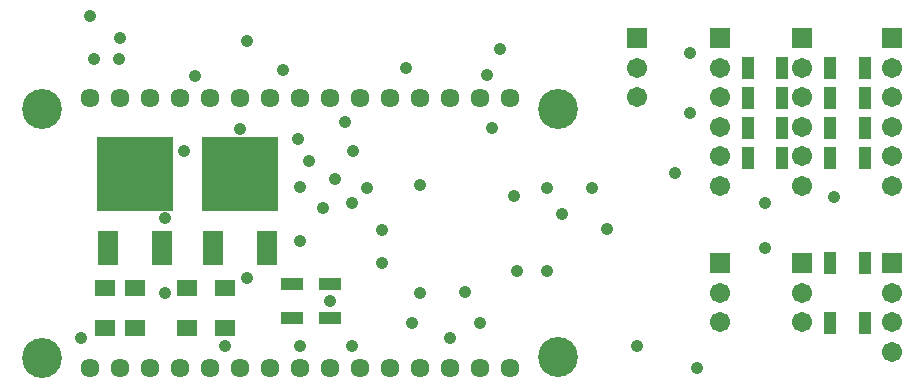
<source format=gbr>
G04 EAGLE Gerber RS-274X export*
G75*
%MOMM*%
%FSLAX34Y34*%
%LPD*%
%INSoldermask Bottom*%
%IPPOS*%
%AMOC8*
5,1,8,0,0,1.08239X$1,22.5*%
G01*
%ADD10C,1.611200*%
%ADD11C,3.378200*%
%ADD12R,1.903200X1.103200*%
%ADD13R,1.103200X1.903200*%
%ADD14R,6.503200X6.303200*%
%ADD15R,1.703200X3.003200*%
%ADD16R,1.803200X1.403200*%
%ADD17C,1.711200*%
%ADD18R,1.711200X1.711200*%
%ADD19C,1.059600*%


D10*
X69850Y25400D03*
X95250Y25400D03*
X120650Y25400D03*
X146050Y25400D03*
X171450Y25400D03*
X196850Y25400D03*
X222250Y25400D03*
X247650Y25400D03*
X273050Y25400D03*
X298450Y25400D03*
X323850Y25400D03*
X349250Y25400D03*
X374650Y25400D03*
X400050Y25400D03*
X425450Y25400D03*
X425450Y254000D03*
X400050Y254000D03*
X374650Y254000D03*
X349250Y254000D03*
X323850Y254000D03*
X298450Y254000D03*
X273050Y254000D03*
X247650Y254000D03*
X222250Y254000D03*
X196850Y254000D03*
X171450Y254000D03*
X146050Y254000D03*
X120650Y254000D03*
X95250Y254000D03*
X69850Y254000D03*
D11*
X29210Y244856D03*
X29210Y34290D03*
X466090Y244856D03*
X466090Y34544D03*
D12*
X241300Y97050D03*
X241300Y68050D03*
X273050Y68050D03*
X273050Y97050D03*
D13*
X725700Y203200D03*
X696700Y203200D03*
X725700Y228600D03*
X696700Y228600D03*
X725700Y254000D03*
X696700Y254000D03*
X725700Y279400D03*
X696700Y279400D03*
D14*
X196850Y190100D03*
D15*
X219650Y127100D03*
X174050Y127100D03*
D14*
X107950Y190100D03*
D15*
X130750Y127100D03*
X85150Y127100D03*
D16*
X107950Y59200D03*
X107950Y93200D03*
X152400Y59200D03*
X152400Y93200D03*
X184150Y59200D03*
X184150Y93200D03*
X82550Y59200D03*
X82550Y93200D03*
D13*
X725700Y114300D03*
X696700Y114300D03*
X725700Y63500D03*
X696700Y63500D03*
D17*
X749300Y179800D03*
X749300Y204800D03*
X749300Y229800D03*
X749300Y254800D03*
X749300Y279800D03*
D18*
X749300Y304800D03*
D17*
X673100Y179800D03*
X673100Y204800D03*
X673100Y229800D03*
X673100Y254800D03*
X673100Y279800D03*
D18*
X673100Y304800D03*
D17*
X603250Y64300D03*
X603250Y89300D03*
D18*
X603250Y114300D03*
D17*
X673100Y64300D03*
X673100Y89300D03*
D18*
X673100Y114300D03*
D17*
X749300Y39300D03*
X749300Y64300D03*
X749300Y89300D03*
D18*
X749300Y114300D03*
D17*
X533400Y254800D03*
X533400Y279800D03*
D18*
X533400Y304800D03*
D17*
X603250Y179800D03*
X603250Y204800D03*
X603250Y229800D03*
X603250Y254800D03*
X603250Y279800D03*
D18*
X603250Y304800D03*
D13*
X626850Y203200D03*
X655850Y203200D03*
X626850Y228600D03*
X655850Y228600D03*
X626850Y254000D03*
X655850Y254000D03*
X626850Y279400D03*
X655850Y279400D03*
D19*
X267462Y161290D03*
X73152Y287020D03*
X94234Y287528D03*
X184150Y44450D03*
X62520Y50800D03*
X431800Y107950D03*
X410210Y228600D03*
X196850Y227620D03*
X158750Y273050D03*
X292100Y165100D03*
X232918Y277622D03*
X247650Y44450D03*
X292100Y44450D03*
X469900Y156210D03*
X374650Y50800D03*
X406400Y274030D03*
X337058Y279618D03*
X317500Y114300D03*
X149860Y209550D03*
X203200Y101600D03*
X533400Y44450D03*
X133350Y88900D03*
X133350Y152400D03*
X95250Y304800D03*
X203200Y302804D03*
X277114Y185710D03*
X387350Y89888D03*
X699770Y170152D03*
X457200Y177800D03*
X641350Y127000D03*
X641350Y165100D03*
X400050Y63500D03*
X508000Y143510D03*
X247650Y133350D03*
X342900Y63500D03*
X273050Y82550D03*
X584200Y25400D03*
X69850Y323850D03*
X317500Y142240D03*
X285750Y233680D03*
X292608Y209550D03*
X255560Y201168D03*
X495300Y177800D03*
X417068Y295946D03*
X304800Y177800D03*
X577850Y241300D03*
X245872Y219202D03*
X247396Y178562D03*
X565150Y190500D03*
X577850Y292100D03*
X349250Y180340D03*
X349250Y88900D03*
X429260Y171450D03*
X457200Y107950D03*
M02*

</source>
